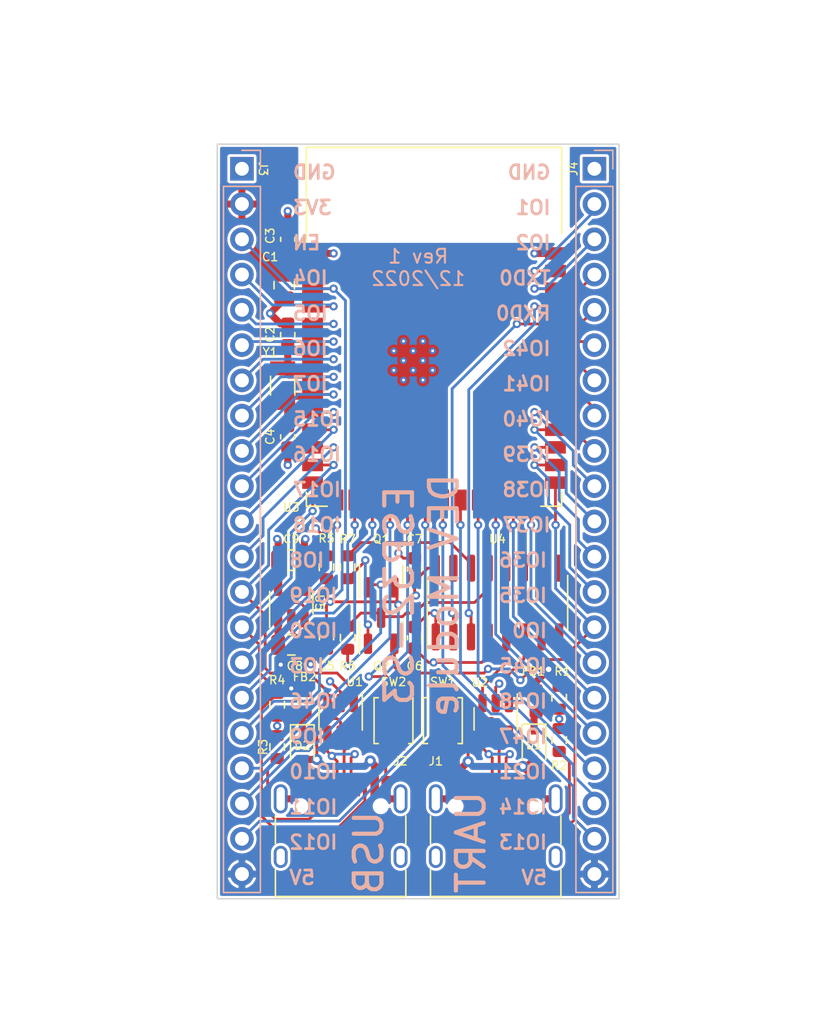
<source format=kicad_pcb>
(kicad_pcb (version 20211014) (generator pcbnew)
  (layers (0 "F.Cu" signal) (1 "In1.Cu" signal) (2 "In2.Cu" signal) (31 "B.Cu" signal) (34 "B.Paste" user) (35 "F.Paste" user) (36 "B.SilkS" user "B.Silkscreen") (37 "F.SilkS" user "F.Silkscreen") (38 "B.Mask" user) (39 "F.Mask" user) (44 "Edge.Cuts" user))
  (net 0 "")
  (net 1 "+3V3")
  (net 2 "GND")
  (net 3 "/IO15")
  (net 4 "/IO16")
  (net 5 "/EN")
  (net 6 "+5V")
  (net 7 "/USB_UART_D+")
  (net 8 "/USB_UART_D-")
  (net 11 "/IO20")
  (net 12 "/IO19")
  (net 15 "Net-(Q1-Pad1)")
  (net 16 "/RTS")
  (net 17 "Net-(Q2-Pad1)")
  (net 18 "/IO0")
  (net 19 "/DTR")
  (net 20 "/IO4")
  (net 21 "/IO5")
  (net 22 "/IO6")
  (net 23 "/IO7")
  (net 24 "/IO17")
  (net 25 "/IO18")
  (net 26 "/IO8")
  (net 27 "/IO3")
  (net 28 "/IO46")
  (net 29 "/IO9")
  (net 30 "/IO10")
  (net 31 "/IO11")
  (net 32 "/IO12")
  (net 33 "/IO13")
  (net 34 "/IO14")
  (net 35 "/IO21")
  (net 36 "/IO47")
  (net 37 "/IO48")
  (net 38 "/IO45")
  (net 39 "/IO35")
  (net 40 "/IO36")
  (net 41 "/IO37")
  (net 42 "/IO38")
  (net 43 "/IO39")
  (net 44 "/IO40")
  (net 45 "/IO41")
  (net 46 "/IO42")
  (net 47 "/RXD0")
  (net 48 "/TXD0")
  (net 49 "/IO2")
  (net 50 "/IO1")
  (net 51 "/USB_D-")
  (net 52 "/USB_D+")
  (net 60 "/UART_D-")
  (net 61 "/UART_D+")
  (net 63 "Net-(D1-Pad1)")
  (net 64 "Net-(D2-Pad1)")
  (net 65 "/VBUS1")
  (net 66 "/VBUS2")
  (net 67 "/CC1_1")
  (net 68 "/CC2_1")
  (net 69 "/CC1_2")
  (net 70 "/CC2_2")
  (footprint "Package_TO_SOT_SMD:SOT-23-6" (layer "F.Cu") (at 83.312 115.824 -90)
    (fp_text reference "U1")
    (fp_text value "USBLC6-2SC6")
  )
  (footprint "Package_TO_SOT_SMD:SOT-23-5" (layer "F.Cu") (at 79.756 107.442 90)
    (fp_text reference "U5")
    (fp_text value "XC6210B332MR")
  )
  (footprint "Diode_SMD:D_SOD-323" (layer "F.Cu") (at 97.25 117.7 -90)
    (fp_text reference "D1")
    (fp_text value "1N5819WS")
  )
  (footprint "Package_TO_SOT_SMD:SOT-23-6" (layer "F.Cu") (at 94.488 115.824 -90)
    (fp_text reference "U2")
    (fp_text value "USBLC6-2SC6")
  )
  (footprint "Capacitor_SMD:C_0603_1608Metric" (layer "F.Cu") (at 82.296 109.982 -90)
    (fp_text reference "C5")
    (fp_text value "1u")
  )
  (footprint "Capacitor_SMD:C_0603_1608Metric" (layer "F.Cu") (at 79.502 95.504 -90)
    (fp_text reference "C4")
    (fp_text value "18p")
  )
  (footprint "Capacitor_SMD:C_0603_1608Metric" (layer "F.Cu") (at 79.502 81.28 90)
    (fp_text reference "C3")
    (fp_text value "0.1u")
  )
  (footprint "Diode_SMD:D_SOD-323" (layer "F.Cu") (at 80.55 117.75 -90)
    (fp_text reference "D2")
    (fp_text value "1N5819WS")
  )
  (footprint "Package_SO:SOIC-16_3.9x9.9mm_P1.27mm" (layer "F.Cu") (at 94.615 107.442 90)
    (fp_text reference "U4")
    (fp_text value "CH340C")
  )
  (footprint "Resistor_SMD:R_0603_1608Metric" (layer "F.Cu") (at 83.82 104.902 -90)
    (fp_text reference "R7")
    (fp_text value "10k")
  )
  (footprint "Connector_USB:USB_C_Receptacle_HRO_TYPE-C-31-M-12" (layer "F.Cu") (at 94.488 124.714)
    (fp_text reference "J1")
    (fp_text value "USB_C_Receptacle_USB2.0")
  )
  (footprint "Resistor_SMD:R_0603_1608Metric" (layer "F.Cu") (at 78.74 117.856 90)
    (fp_text reference "R3")
    (fp_text value "5.1k")
  )
  (footprint "RF_Module:ESP32-S3-WROOM-1" (layer "F.Cu") (at 90.043 87.556)
    (fp_text reference "U3")
    (fp_text value "ESP32-S3-WROOM")
  )
  (footprint "Crystal:Crystal_SMD_3215-2Pin_3.2x1.5mm" (layer "F.Cu") (at 79.134 91.821 -90)
    (fp_text reference "Y1")
    (fp_text value "32.768kHz")
  )
  (footprint "Resistor_SMD:R_0603_1608Metric" (layer "F.Cu") (at 78.74 114.808 -90)
    (fp_text reference "R4")
    (fp_text value "5.1k")
  )
  (footprint "Button_Switch_SMD:SW_SPST_B3U-1000P" (layer "F.Cu") (at 87.122 115.951 -90)
    (fp_text reference "SW2")
    (fp_text value "SW_Push")
  )
  (footprint "Capacitor_SMD:C_0805_2012Metric" (layer "F.Cu") (at 79.248 84.582 -90)
    (fp_text reference "C1")
    (fp_text value "22u")
  )
  (footprint "Button_Switch_SMD:SW_SPST_B3U-1000P" (layer "F.Cu") (at 90.678 115.951 -90)
    (fp_text reference "SW1")
    (fp_text value "SW_Push")
  )
  (footprint "Inductor_SMD:L_0603_1608Metric" (layer "F.Cu") (at 97.4 114.55 90)
    (fp_text reference "FB1")
    (fp_text value "500mA?")
  )
  (footprint "Resistor_SMD:R_0603_1608Metric" (layer "F.Cu") (at 99.06 114.3 -90)
    (fp_text reference "R1")
    (fp_text value "5.1k")
  )
  (footprint "Resistor_SMD:R_0603_1608Metric" (layer "F.Cu") (at 83.82 109.982 -90)
    (fp_text reference "R6")
    (fp_text value "10k")
  )
  (footprint "Capacitor_SMD:C_0603_1608Metric" (layer "F.Cu") (at 88.646 105.029 90)
    (fp_text reference "C7")
    (fp_text value "0.1u")
  )
  (footprint "Capacitor_SMD:C_0603_1608Metric" (layer "F.Cu") (at 88.646 109.982 90)
    (fp_text reference "C6")
    (fp_text value "0.1u")
  )
  (footprint "Package_TO_SOT_SMD:SOT-23" (layer "F.Cu") (at 86.233 105.41 90)
    (fp_text reference "Q1")
    (fp_text value "Q_NPN_BCE")
  )
  (footprint "Package_TO_SOT_SMD:SOT-23" (layer "F.Cu") (at 86.233 109.474 90)
    (fp_text reference "Q2")
    (fp_text value "Q_NPN_BCE")
  )
  (footprint "Capacitor_SMD:C_0603_1608Metric" (layer "F.Cu") (at 79.502 88.138 -90)
    (fp_text reference "C2")
    (fp_text value "18p")
  )
  (footprint "Resistor_SMD:R_0603_1608Metric" (layer "F.Cu") (at 99.06 117.348 90)
    (fp_text reference "R2")
    (fp_text value "5.1k")
  )
  (footprint "Capacitor_SMD:C_0805_2012Metric" (layer "F.Cu") (at 79.756 104.394)
    (fp_text reference "C9")
    (fp_text value "1u")
  )
  (footprint "Capacitor_SMD:C_0805_2012Metric" (layer "F.Cu") (at 79.756 110.49)
    (fp_text reference "C8")
    (fp_text value "1u")
  )
  (footprint "Resistor_SMD:R_0603_1608Metric" (layer "F.Cu") (at 82.296 104.902 -90)
    (fp_text reference "R5")
    (fp_text value "10k")
  )
  (footprint "Inductor_SMD:L_0603_1608Metric" (layer "F.Cu") (at 80.75 114.6 90)
    (fp_text reference "FB2")
    (fp_text value "500mA?")
  )
  (footprint "Connector_USB:USB_C_Receptacle_HRO_TYPE-C-31-M-12" (layer "F.Cu") (at 83.312 124.714)
    (fp_text reference "J2")
    (fp_text value "USB_C_Receptacle_USB2.0")
  )
  (footprint "Connector_PinHeader_2.54mm:PinHeader_1x21_P2.54mm_Vertical" (layer "B.Cu") (at 76.2 76.2 180)
    (fp_text reference "J3")
    (fp_text value "Conn_01x21")
  )
  (footprint "Connector_PinHeader_2.54mm:PinHeader_1x21_P2.54mm_Vertical" (layer "B.Cu") (at 101.6 76.2 180)
    (fp_text reference "J4")
    (fp_text value "Conn_01x21")
  )
  (gr_rect (start 74.422 74.422) (end 103.378 128.778) (layer "Edge.Cuts") (width 0.1) (fill none))
  (gr_text "IO9" (at 79.502 117.094) (layer "B.SilkS") (effects (font (size 1 1) (thickness 0.2)) (justify right mirror)))
  (gr_text "IO46" (at 79.502 114.554) (layer "B.SilkS") (effects (font (size 1 1) (thickness 0.2)) (justify right mirror)))
  (gr_text "IO1" (at 98.552 78.994) (layer "B.SilkS") (effects (font (size 1 1) (thickness 0.2)) (justify left mirror)))
  (gr_text "IO42" (at 98.552 89.154) (layer "B.SilkS") (effects (font (size 1 1) (thickness 0.2)) (justify left mirror)))
  (gr_text "IO5" (at 79.756 86.614) (layer "B.SilkS") (effects (font (size 1 1) (thickness 0.2)) (justify right mirror)))
  (gr_text "IO10" (at 79.502 119.634) (layer "B.SilkS") (effects (font (size 1 1) (thickness 0.2)) (justify right mirror)))
  (gr_text "5V" (at 98.298 127.254) (layer "B.SilkS") (effects (font (size 1 1) (thickness 0.2)) (justify left mirror)))
  (gr_text "IO45" (at 98.298 112.014) (layer "B.SilkS") (effects (font (size 1 1) (thickness 0.2)) (justify left mirror)))
  (gr_text "TXD0" (at 98.552 84.074) (layer "B.SilkS") (effects (font (size 1 1) (thickness 0.2)) (justify left mirror)))
  (gr_text "EN" (at 79.756 81.534) (layer "B.SilkS") (effects (font (size 1 1) (thickness 0.2)) (justify right mirror)))
  (gr_text "IO40" (at 98.552 94.234) (layer "B.SilkS") (effects (font (size 1 1) (thickness 0.2)) (justify left mirror)))
  (gr_text "UART" (at 92.71 124.714 90) (layer "B.SilkS") (effects (font (size 2 2) (thickness 0.3)) (justify mirror)))
  (gr_text "IO0" (at 98.298 109.474) (layer "B.SilkS") (effects (font (size 1 1) (thickness 0.2)) (justify left mirror)))
  (gr_text "Rev 1\n12/2022" (at 88.9 83.312) (layer "B.SilkS") (effects (font (size 1 1)) (justify mirror)))
  (gr_text "5V" (at 79.502 127.254) (layer "B.SilkS") (effects (font (size 1 1) (thickness 0.2)) (justify right mirror)))
  (gr_text "IO12" (at 79.502 124.714) (layer "B.SilkS") (effects (font (size 1 1) (thickness 0.2)) (justify right mirror)))
  (gr_text "GND" (at 79.756 76.454) (layer "B.SilkS") (effects (font (size 1 1) (thickness 0.2)) (justify right mirror)))
  (gr_text "IO41" (at 98.552 91.694) (layer "B.SilkS") (effects (font (size 1 1) (thickness 0.2)) (justify left mirror)))
  (gr_text "IO20" (at 79.502 109.474) (layer "B.SilkS") (effects (font (size 1 1) (thickness 0.2)) (justify right mirror)))
  (gr_text "IO3" (at 79.502 112.014) (layer "B.SilkS") (effects (font (size 1 1) (thickness 0.2)) (justify right mirror)))
  (gr_text "IO7" (at 79.756 91.694) (layer "B.SilkS") (effects (font (size 1 1) (thickness 0.2)) (justify right mirror)))
  (gr_text "IO6" (at 79.756 89.154) (layer "B.SilkS") (effects (font (size 1 1) (thickness 0.2)) (justify right mirror)))
  (gr_text "IO11" (at 79.502 122.174) (layer "B.SilkS") (effects (font (size 1 1) (thickness 0.2)) (justify right mirror)))
  (gr_text "IO39" (at 98.552 96.774) (layer "B.SilkS") (effects (font (size 1 1) (thickness 0.2)) (justify left mirror)))
  (gr_text "ESP32-S3\nDEV Module" (at 89.154 106.934 90) (layer "B.SilkS") (effects (font (size 2 2) (thickness 0.3)) (justify mirror)))
  (gr_text "IO47" (at 98.298 117.094) (layer "B.SilkS") (effects (font (size 1 1) (thickness 0.2)) (justify left mirror)))
  (gr_text "RXD0" (at 98.552 86.614) (layer "B.SilkS") (effects (font (size 1 1) (thickness 0.2)) (justify left mirror)))
  (gr_text "IO8" (at 79.502 104.394) (layer "B.SilkS") (effects (font (size 1 1) (thickness 0.2)) (justify right mirror)))
  (gr_text "IO37" (at 98.552 101.854) (layer "B.SilkS") (effects (font (size 1 1) (thickness 0.2)) (justify left mirror)))
  (gr_text "GND" (at 98.552 76.454) (layer "B.SilkS") (effects (font (size 1 1) (thickness 0.2)) (justify left mirror)))
  (gr_text "IO13" (at 98.298 124.714) (layer "B.SilkS") (effects (font (size 1 1) (thickness 0.2)) (justify left mirror)))
  (gr_text "IO2" (at 98.552 81.534) (layer "B.SilkS") (effects (font (size 1 1) (thickness 0.2)) (justify left mirror)))
  (gr_text "IO19" (at 79.502 106.934) (layer "B.SilkS") (effects (font (size 1 1) (thickness 0.2)) (justify right mirror)))
  (gr_text "IO4" (at 79.756 84.074) (layer "B.SilkS") (effects (font (size 1 1) (thickness 0.2)) (justify right mirror)))
  (gr_text "USB" (at 85.344 125.476 90) (layer "B.SilkS") (effects (font (size 2 2) (thickness 0.3)) (justify mirror)))
  (gr_text "IO15" (at 79.756 94.234) (layer "B.SilkS") (effects (font (size 1 1) (thickness 0.2)) (justify right mirror)))
  (gr_text "IO21" (at 98.298 119.634) (layer "B.SilkS") (effects (font (size 1 1) (thickness 0.2)) (justify left mirror)))
  (gr_text "3V3" (at 79.756 78.994) (layer "B.SilkS") (effects (font (size 1 1) (thickness 0.2)) (justify right mirror)))
  (gr_text "IO16" (at 79.756 96.774) (layer "B.SilkS") (effects (font (size 1 1) (thickness 0.2)) (justify right mirror)))
  (gr_text "IO36" (at 98.298 104.394) (layer "B.SilkS") (effects (font (size 1 1) (thickness 0.2)) (justify left mirror)))
  (gr_text "IO14" (at 98.298 122.174) (layer "B.SilkS") (effects (font (size 1 1) (thickness 0.2)) (justify left mirror)))
  (gr_text "IO35" (at 98.298 106.934) (layer "B.SilkS") (effects (font (size 1 1) (thickness 0.2)) (justify left mirror)))
  (gr_text "IO18" (at 79.756 101.854) (layer "B.SilkS") (effects (font (size 1 1) (thickness 0.2)) (justify right mirror)))
  (gr_text "IO38" (at 98.552 99.314) (layer "B.SilkS") (effects (font (size 1 1) (thickness 0.2)) (justify left mirror)))
  (gr_text "IO48" (at 98.298 114.554) (layer "B.SilkS") (effects (font (size 1 1) (thickness 0.2)) (justify left mirror)))
  (gr_text "IO17" (at 79.756 99.314) (layer "B.SilkS") (effects (font (size 1 1) (thickness 0.2)) (justify right mirror)))
  (segment (start 88.646 105.804) (end 88.76 105.804) (width 0.2032) (layer "F.Cu") (net 1))
  (segment (start 89.649 111.76) (end 88.646 110.757) (width 0.2032) (layer "F.Cu") (net 1))
  (segment (start 88.76 105.804) (end 89.597 104.967) (width 0.2032) (layer "F.Cu") (net 1))
  (segment (start 78.806 106.3045) (end 78.806 104.394) (width 0.508) (layer "F.Cu") (net 1))
  (segment (start 88.646 106.8409) (end 88.7391 106.934) (width 0.2032) (layer "F.Cu") (net 1))
  (segment (start 78.806 102.936) (end 78.74 102.87) (width 0.508) (layer "F.Cu") (net 1))
  (segment (start 82.296 102.87) (end 82.296 104.077) (width 0.2032) (layer "F.Cu") (net 1))
  (segment (start 78.806 104.394) (end 78.806 102.936) (width 0.508) (layer "F.Cu") (net 1))
  (segment (start 93.472 111.76) (end 90.0091 111.76) (width 0.2032) (layer "F.Cu") (net 1))
  (segment (start 81.534 102.108) (end 82.296 102.87) (width 0.2032) (layer "F.Cu") (net 1))
  (segment (start 89.597 104.967) (end 90.17 104.967) (width 0.2032) (layer "F.Cu") (net 1))
  (segment (start 93.98 109.917) (end 93.98 111.252) (width 0.2032) (layer "F.Cu") (net 1))
  (segment (start 93.98 111.252) (end 93.472 111.76) (width 0.2032) (layer "F.Cu") (net 1))
  (segment (start 90.0091 111.76) (end 89.649 111.76) (width 0.2032) (layer "F.Cu") (net 1))
  (segment (start 88.646 105.804) (end 88.646 106.8409) (width 0.2032) (layer "F.Cu") (net 1))
  (via (at 81.534 102.108) (size 0.6) (drill 0.3) (layers "F.Cu" "B.Cu") (net 1))
  (via (at 88.7391 106.934) (size 0.6) (drill 0.3) (layers "F.Cu" "B.Cu") (net 1))
  (via (at 90.0091 111.76) (size 0.6) (drill 0.3) (layers "F.Cu" "B.Cu") (net 1))
  (via (at 78.74 102.87) (size 0.6) (drill 0.3) (layers "F.Cu" "B.Cu") (net 1))
  (segment (start 87.122 118.364) (end 86.562 118.924) (width 0.2032) (layer "F.Cu") (net 2))
  (segment (start 80.706 111.44) (end 80.706 110.49) (width 0.508) (layer "F.Cu") (net 2))
  (segment (start 98.020385 121.584) (end 98.808 121.584) (width 0.508) (layer "F.Cu") (net 2))
  (segment (start 90.17 108.2971) (end 90.0769 108.204) (width 0.2032) (layer "F.Cu") (net 2))
  (segment (start 86.562 121.301615) (end 86.844385 121.584) (width 0.508) (layer "F.Cu") (net 2))
  (segment (start 87.8371 104.254) (end 87.4691 103.886) (width 0.2032) (layer "F.Cu") (net 2))
  (segment (start 97.738 120.669) (end 97.738 121.301615) (width 0.508) (layer "F.Cu") (net 2))
  (segment (start 88.646 109.207) (end 88.659 109.207) (width 0.2032) (layer "F.Cu") (net 2))
  (segment (start 81.153 111.887) (end 80.706 111.44) (width 0.508) (layer "F.Cu") (net 2))
  (segment (start 79.756 109.474) (end 80.706 110.424) (width 0.2032) (layer "F.Cu") (net 2))
  (segment (start 97.738 121.301615) (end 98.020385 121.584) (width 0.508) (layer "F.Cu") (net 2))
  (segment (start 91.238 118.924) (end 91.238 120.669) (width 0.2032) (layer "F.Cu") (net 2))
  (segment (start 80.062 121.301615) (end 79.779615 121.584) (width 0.508) (layer "F.Cu") (net 2))
  (segment (start 79.502 87.363) (end 78.981 87.363) (width 0.508) (layer "F.Cu") (net 2))
  (segment (start 94.488 113.538) (end 94.742 113.284) (width 0.2032) (layer "F.Cu") (net 2))
  (segment (start 99.06 115.824) (end 99.06 115.125) (width 0.2032) (layer "F.Cu") (net 2))
  (segment (start 83.312 113.8851) (end 83.312 114.6865) (width 0.2032) (layer "F.Cu") (net 2))
  (segment (start 80.706 110.424) (end 80.706 110.49) (width 0.2032) (layer "F.Cu") (net 2))
  (segment (start 80.706 104.394) (end 80.706 102.936) (width 0.508) (layer "F.Cu") (net 2))
  (segment (start 88.646 104.254) (end 87.8371 104.254) (width 0.2032) (layer "F.Cu") (net 2))
  (segment (start 82.283 110.757) (end 82.296 110.757) (width 0.2032) (layer "F.Cu") (net 2))
  (segment (start 80.706 102.936) (end 80.772 102.87) (width 0.508) (layer "F.Cu") (net 2))
  (segment (start 81.153 111.887) (end 82.283 110.757) (width 0.2032) (layer "F.Cu") (net 2))
  (segment (start 78.981 87.363) (end 78.232 86.614) (width 0.508) (layer "F.Cu") (net 2))
  (segment (start 90.955615 121.584) (end 90.168 121.584) (width 0.508) (layer "F.Cu") (net 2))
  (segment (start 98.793 82.296) (end 97.282 82.296) (width 0.508) (layer "F.Cu") (net 2))
  (segment (start 82.55 113.1231) (end 83.312 113.8851) (width 0.2032) (layer "F.Cu") (net 2))
  (segment (start 86.562 118.924) (end 86.562 120.669) (width 0.2032) (layer "F.Cu") (net 2))
  (segment (start 80.062 120.669) (end 80.062 121.301615) (width 0.508) (layer "F.Cu") (net 2))
  (segment (start 99.06 116.523) (end 99.06 115.125) (width 0.2032) (layer "F.Cu") (net 2))
  (segment (start 86.562 120.669) (end 86.562 121.301615) (width 0.508) (layer "F.Cu") (net 2))
  (segment (start 79.248 85.532) (end 79.248 85.598) (width 0.508) (layer "F.Cu") (net 2))
  (segment (start 88.659 109.207) (end 89.662 108.204) (width 0.2032) (layer "F.Cu") (net 2))
  (segment (start 81.293 82.296) (end 82.804 82.296) (width 0.508) (layer "F.Cu") (net 2))
  (segment (start 90.678 117.651) (end 90.678 118.364) (width 0.2032) (layer "F.Cu") (net 2))
  (segment (start 79.779615 121.584) (end 78.992 121.584) (width 0.508) (layer "F.Cu") (net 2))
  (segment (start 94.488 114.6865) (end 94.488 113.538) (width 0.2032) (layer "F.Cu") (net 2))
  (segment (start 90.17 109.917) (end 90.17 108.2971) (width 0.2032) (layer "F.Cu") (net 2))
  (segment (start 86.844385 121.584) (end 87.632 121.584) (width 0.508) (layer "F.Cu") (net 2))
  (segment (start 91.238 121.301615) (end 90.955615 121.584) (width 0.508) (layer "F.Cu") (net 2))
  (segment (start 79.756 108.5795) (end 79.756 109.474) (width 0.2032) (layer "F.Cu") (net 2))
  (segment (start 79.248 85.598) (end 78.232 86.614) (width 0.508) (layer "F.Cu") (net 2))
  (segment (start 91.238 120.669) (end 91.238 121.301615) (width 0.508) (layer "F.Cu") (net 2))
  (segment (start 79.502 80.505) (end 79.502 79.248) (width 0.508) (layer "F.Cu") (net 2))
  (segment (start 89.662 108.204) (end 90.0769 108.204) (width 0.2032) (layer "F.Cu") (net 2))
  (segment (start 87.122 117.651) (end 87.122 118.364) (width 0.2032) (layer "F.Cu") (net 2))
  (segment (start 90.678 118.364) (end 91.238 118.924) (width 0.2032) (layer "F.Cu") (net 2))
  (segment (start 79.502 96.279) (end 79.502 97.536) (width 0.508) (layer "F.Cu") (net 2))
  (segment (start 78.74 117.031) (end 78.74 115.633) (width 0.2032) (layer "F.Cu") (net 2))
  (segment (start 78.74 116.332) (end 78.74 115.633) (width 0.2032) (layer "F.Cu") (net 2))
  (via (at 90.0769 108.204) (size 0.6) (drill 0.3) (layers "F.Cu" "B.Cu") (net 2))
  (via (at 79.502 79.248) (size 0.6) (drill 0.3) (layers "F.Cu" "B.Cu") (net 2))
  (via (at 94.742 113.284) (size 0.6) (drill 0.3) (layers "F.Cu" "B.Cu") (net 2))
  (via (at 79.502 97.536) (size 0.6) (drill 0.3) (layers "F.Cu" "B.Cu") (net 2))
  (via (at 78.74 116.332) (size 0.6) (drill 0.3) (layers "F.Cu" "B.Cu") (net 2))
  (via (at 99.06 115.824) (size 0.6) (drill 0.3) (layers "F.Cu" "B.Cu") (net 2))
  (via (at 80.772 102.87) (size 0.6) (drill 0.3) (layers "F.Cu" "B.Cu") (net 2))
  (via (at 87.4691 103.886) (size 0.6) (drill 0.3) (layers "F.Cu" "B.Cu") (net 2))
  (via (at 82.55 113.1231) (size 0.6) (drill 0.3) (layers "F.Cu" "B.Cu") (net 2))
  (via (at 78.232 86.614) (size 0.6) (drill 0.3) (layers "F.Cu" "B.Cu") (net 2))
  (via (at 82.804 82.296) (size 0.6) (drill 0.3) (layers "F.Cu" "B.Cu") (net 2))
  (via (at 81.153 111.887) (size 0.6) (drill 0.3) (layers "F.Cu" "B.Cu") (net 2))
  (via (at 97.282 82.296) (size 0.6) (drill 0.3) (layers "F.Cu" "B.Cu") (net 2))
  (segment (start 79.622 91.059) (end 79.134 90.571) (width 0.508) (layer "F.Cu") (net 3))
  (segment (start 81.166 91.059) (end 79.622 91.059) (width 0.508) (layer "F.Cu") (net 3))
  (segment (start 79.502 90.203) (end 79.134 90.571) (width 0.508) (layer "F.Cu") (net 3))
  (segment (start 81.293 91.186) (end 81.166 91.059) (width 0.508) (layer "F.Cu") (net 3))
  (segment (start 79.502 88.913) (end 79.502 90.203) (width 0.508) (layer "F.Cu") (net 3))
  (segment (start 81.293 91.186) (end 82.804 91.186) (width 0.2032) (layer "F.Cu") (net 3))
  (via (at 82.804 91.186) (size 0.6) (drill 0.3) (layers "F.Cu" "B.Cu") (net 3))
  (segment (start 78.994 91.186) (end 76.2 93.98) (width 0.2032) (layer "B.Cu") (net 3))
  (segment (start 82.804 91.186) (end 78.994 91.186) (width 0.2032) (layer "B.Cu") (net 3))
  (segment (start 81.166 92.583) (end 79.622 92.583) (width 0.508) (layer "F.Cu") (net 4))
  (segment (start 79.502 93.439) (end 79.134 93.071) (width 0.508) (layer "F.Cu") (net 4))
  (segment (start 81.293 92.456) (end 82.804 92.456) (width 0.2032) (layer "F.Cu") (net 4))
  (segment (start 79.622 92.583) (end 79.134 93.071) (width 0.508) (layer "F.Cu") (net 4))
  (segment (start 81.293 92.456) (end 81.166 92.583) (width 0.508) (layer "F.Cu") (net 4))
  (segment (start 79.502 94.729) (end 79.502 93.439) (width 0.508) (layer "F.Cu") (net 4))
  (via (at 82.804 92.456) (size 0.6) (drill 0.3) (layers "F.Cu" "B.Cu") (net 4))
  (segment (start 80.264 92.456) (end 76.2 96.52) (width 0.2032) (layer "B.Cu") (net 4))
  (segment (start 82.804 92.456) (end 80.264 92.456) (width 0.2032) (layer "B.Cu") (net 4))
  (segment (start 87.376 106.5405) (end 87.183 106.3475) (width 0.2032) (layer "F.Cu") (net 5))
  (segment (start 87.2574 107.3912) (end 82.55 107.3912) (width 0.2032) (layer "F.Cu") (net 5))
  (segment (start 86.614 112.776) (end 85.344 112.776) (width 0.2032) (layer "F.Cu") (net 5))
  (segment (start 87.376 107.5098) (end 87.376 106.5405) (width 0.2032) (layer "F.Cu") (net 5))
  (segment (start 81.293 84.836) (end 82.804 84.836) (width 0.2032) (layer "F.Cu") (net 5))
  (segment (start 82.55 107.3912) (end 82.296 107.6452) (width 0.2032) (layer "F.Cu") (net 5))
  (segment (start 87.4691 107.6029) (end 87.2574 107.3912) (width 0.2032) (layer "F.Cu") (net 5))
  (segment (start 87.122 114.251) (end 87.122 113.284) (width 0.2032) (layer "F.Cu") (net 5))
  (segment (start 82.55 107.3912) (end 82.296 107.1372) (width 0.2032) (layer "F.Cu") (net 5))
  (segment (start 87.122 113.284) (end 86.614 112.776) (width 0.2032) (layer "F.Cu") (net 5))
  (segment (start 87.4691 107.6029) (end 87.376 107.5098) (width 0.2032) (layer "F.Cu") (net 5))
  (segment (start 82.296 107.1372) (end 82.296 105.727) (width 0.2032) (layer "F.Cu") (net 5))
  (segment (start 82.296 107.6452) (end 82.296 109.207) (width 0.2032) (layer "F.Cu") (net 5))
  (via (at 87.4691 107.6029) (size 0.6) (drill 0.3) (layers "F.Cu" "B.Cu") (net 5))
  (via (at 82.55 107.3912) (size 0.6) (drill 0.3) (layers "F.Cu" "B.Cu") (net 5))
  (via (at 82.804 84.836) (size 0.6) (drill 0.3) (layers "F.Cu" "B.Cu") (net 5))
  (via (at 85.344 112.776) (size 0.6) (drill 0.3) (layers "F.Cu" "B.Cu") (net 5))
  (segment (start 87.4691 110.6509) (end 85.344 112.776) (width 0.2032) (layer "B.Cu") (net 5))
  (segment (start 87.4691 107.6029) (end 87.4691 110.6509) (width 0.2032) (layer "B.Cu") (net 5))
  (segment (start 82.804 84.836) (end 79.756 84.836) (width 0.2032) (layer "B.Cu") (net 5))
  (segment (start 82.55 107.3912) (end 83.4168 106.5244) (width 0.2032) (layer "B.Cu") (net 5))
  (segment (start 83.6596 85.6916) (end 82.804 84.836) (width 0.2032) (layer "B.Cu") (net 5))
  (segment (start 83.6596 102.5224) (end 83.6596 85.6916) (width 0.2032) (layer "B.Cu") (net 5))
  (segment (start 83.4168 102.7652) (end 83.6596 102.5224) (width 0.2032) (layer "B.Cu") (net 5))
  (segment (start 79.756 84.836) (end 76.2 81.28) (width 0.2032) (layer "B.Cu") (net 5))
  (segment (start 83.4168 106.5244) (end 83.4168 102.7652) (width 0.2032) (layer "B.Cu") (net 5))
  (segment (start 80.391 107.442) (end 79.121 107.442) (width 0.2032) (layer "F.Cu") (net 6))
  (segment (start 79.9374 113.8125) (end 79.756 113.6311) (width 0.508) (layer "F.Cu") (net 6))
  (segment (start 80.706 108.5795) (end 80.706 107.757) (width 0.2032) (layer "F.Cu") (net 6))
  (segment (start 78.806 107.757) (end 78.806 108.5795) (width 0.2032) (layer "F.Cu") (net 6))
  (segment (start 78.994 110.678) (end 78.806 110.49) (width 0.508) (layer "F.Cu") (net 6))
  (segment (start 78.994 111.9209) (end 78.994 110.678) (width 0.508) (layer "F.Cu") (net 6))
  (segment (start 78.806 110.49) (end 78.806 108.5795) (width 0.508) (layer "F.Cu") (net 6))
  (segment (start 97.4 113.7625) (end 97.4 113.1511) (width 0.508) (layer "F.Cu") (net 6))
  (segment (start 97.4 113.1511) (end 98.3 112.2511) (width 0.508) (layer "F.Cu") (net 6))
  (segment (start 80.75 113.8125) (end 79.9374 113.8125) (width 0.508) (layer "F.Cu") (net 6))
  (segment (start 80.706 107.757) (end 80.391 107.442) (width 0.2032) (layer "F.Cu") (net 6))
  (segment (start 79.121 107.442) (end 78.806 107.757) (width 0.2032) (layer "F.Cu") (net 6))
  (via (at 98.3 112.2511) (size 0.8) (drill 0.4) (layers "F.Cu" "B.Cu") (net 6))
  (via (at 79.756 113.6311) (size 0.6) (drill 0.3) (layers "F.Cu" "B.Cu") (net 6))
  (via (at 78.994 111.9209) (size 0.6) (drill 0.3) (layers "F.Cu" "B.Cu") (net 6))
  (segment (start 79.756 113.6311) (end 79.756 112.6829) (width 0.508) (layer "B.Cu") (net 6))
  (segment (start 79.756 112.6829) (end 78.994 111.9209) (width 0.508) (layer "B.Cu") (net 6))
  (segment (start 95.238 120.669) (end 95.238 118.63) (width 0.2032) (layer "F.Cu") (net 7))
  (segment (start 93.98 118.364) (end 93.538 117.922) (width 0.2032) (layer "F.Cu") (net 7))
  (segment (start 93.538 117.922) (end 93.538 116.9615) (width 0.2032) (layer "F.Cu") (net 7))
  (segment (start 94.238 118.622) (end 94.238 120.669) (width 0.2032) (layer "F.Cu") (net 7))
  (segment (start 95.238 118.63) (end 95.504 118.364) (width 0.2032) (layer "F.Cu") (net 7))
  (segment (start 93.98 118.364) (end 94.238 118.622) (width 0.2032) (layer "F.Cu") (net 7))
  (via (at 95.504 118.364) (size 0.6) (drill 0.3) (layers "F.Cu" "B.Cu") (net 7))
  (via (at 93.98 118.364) (size 0.6) (drill 0.3) (layers "F.Cu" "B.Cu") (net 7))
  (segment (start 95.504 118.364) (end 93.98 118.364) (width 0.2032) (layer "B.Cu") (net 7))
  (segment (start 95.438 117.312659) (end 95.438 116.9615) (width 0.2032) (layer "F.Cu") (net 8))
  (segment (start 94.738 121.67) (end 94.738 120.669) (width 0.2032) (layer "F.Cu") (net 8))
  (segment (start 94.738 118.012659) (end 95.438 117.312659) (width 0.2032) (layer "F.Cu") (net 8))
  (segment (start 94.738 120.669) (end 94.738 118.012659) (width 0.2032) (layer "F.Cu") (net 8))
  (segment (start 93.738 121.6472) (end 93.7864 121.6956) (width 0.2032) (layer "F.Cu") (net 8))
  (segment (start 94.7124 121.6956) (end 94.738 121.67) (width 0.2032) (layer "F.Cu") (net 8))
  (segment (start 93.738 120.669) (end 93.738 121.6472) (width 0.2032) (layer "F.Cu") (net 8))
  (segment (start 93.7864 121.6956) (end 94.7124 121.6956) (width 0.2032) (layer "F.Cu") (net 8))
  (segment (start 77.47 110.49) (end 76.2 109.22) (width 0.2032) (layer "F.Cu") (net 11))
  (segment (start 82.362 114.6865) (end 82.362 113.858) (width 0.2032) (layer "F.Cu") (net 11))
  (segment (start 77.47 112.522) (end 77.47 110.49) (width 0.2032) (layer "F.Cu") (net 11))
  (segment (start 81.293 100.851) (end 81.293 98.806) (width 0.2032) (layer "F.Cu") (net 11))
  (segment (start 77.948 113) (end 77.47 112.522) (width 0.2032) (layer "F.Cu") (net 11))
  (segment (start 81.504 113) (end 77.948 113) (width 0.2032) (layer "F.Cu") (net 11))
  (segment (start 82.362 113.858) (end 81.504 113) (width 0.2032) (layer "F.Cu") (net 11))
  (via (at 81.293 100.851) (size 0.6) (drill 0.3) (layers "F.Cu" "B.Cu") (net 11))
  (segment (start 81.293 100.851) (end 79.756 102.388) (width 0.2032) (layer "B.Cu") (net 11))
  (segment (start 79.756 105.664) (end 76.2 109.22) (width 0.2032) (layer "B.Cu") (net 11))
  (segment (start 79.756 102.388) (end 79.756 105.664) (width 0.2032) (layer "B.Cu") (net 11))
  (segment (start 81.293 97.536) (end 82.804 97.536) (width 0.2032) (layer "F.Cu") (net 12))
  (segment (start 77.8732 108.3532) (end 76.2 106.68) (width 0.2032) (layer "F.Cu") (net 12))
  (segment (start 84.262 113.726) (end 83.058 112.522) (width 0.2032) (layer "F.Cu") (net 12))
  (segment (start 83.058 112.522) (end 78.232 112.522) (width 0.2032) (layer "F.Cu") (net 12))
  (segment (start 77.8732 112.1632) (end 77.8732 108.3532) (width 0.2032) (layer "F.Cu") (net 12))
  (segment (start 78.232 112.522) (end 77.8732 112.1632) (width 0.2032) (layer "F.Cu") (net 12))
  (segment (start 84.262 114.6865) (end 84.262 113.726) (width 0.2032) (layer "F.Cu") (net 12))
  (via (at 82.804 97.536) (size 0.6) (drill 0.3) (layers "F.Cu" "B.Cu") (net 12))
  (segment (start 82.804 97.536) (end 78.1272 102.2128) (width 0.2032) (layer "B.Cu") (net 12))
  (segment (start 78.1272 104.7528) (end 76.2 106.68) (width 0.2032) (layer "B.Cu") (net 12))
  (segment (start 78.1272 102.2128) (end 78.1272 104.7528) (width 0.2032) (layer "B.Cu") (net 12))
  (segment (start 86.1991 106.157179) (end 85.473321 106.157179) (width 0.2032) (layer "F.Cu") (net 15))
  (segment (start 85.473321 106.157179) (end 85.283 106.3475) (width 0.2032) (layer "F.Cu") (net 15))
  (segment (start 83.82 110.807) (end 83.82 112.014) (width 0.2032) (layer "F.Cu") (net 15))
  (via (at 83.82 112.014) (size 0.6) (drill 0.3) (layers "F.Cu" "B.Cu") (net 15))
  (via (at 86.1991 106.157179) (size 0.6) (drill 0.3) (layers "F.Cu" "B.Cu") (net 15))
  (segment (start 83.82 112.014) (end 86.1991 109.6349) (width 0.2032) (layer "B.Cu") (net 15))
  (segment (start 86.1991 109.6349) (end 86.1991 106.157179) (width 0.2032) (layer "B.Cu") (net 15))
  (segment (start 86.233 103.124) (end 91.210659 103.124) (width 0.2032) (layer "F.Cu") (net 16))
  (segment (start 84.773 103.124) (end 83.82 104.077) (width 0.2032) (layer "F.Cu") (net 16))
  (segment (start 92.71 104.967) (end 92.71 104.623341) (width 0.2032) (layer "F.Cu") (net 16))
  (segment (start 86.233 103.124) (end 84.773 103.124) (width 0.2032) (layer "F.Cu") (net 16))
  (segment (start 92.71 104.623341) (end 91.210659 103.124) (width 0.2032) (layer "F.Cu") (net 16))
  (segment (start 86.233 104.4725) (end 86.233 103.124) (width 0.2032) (layer "F.Cu") (net 16))
  (segment (start 85.283 109.027) (end 85.283 110.4115) (width 0.2032) (layer "F.Cu") (net 17))
  (segment (start 85.09 104.457) (end 83.82 105.727) (width 0.2032) (layer "F.Cu") (net 17))
  (segment (start 85.09 104.394) (end 85.09 104.457) (width 0.2032) (layer "F.Cu") (net 17))
  (via (at 85.09 104.394) (size 0.6) (drill 0.3) (layers "F.Cu" "B.Cu") (net 17))
  (via (at 85.283 109.027) (size 0.6) (drill 0.3) (layers "F.Cu" "B.Cu") (net 17))
  (segment (start 85.09 108.834) (end 85.09 104.394) (width 0.2032) (layer "B.Cu") (net 17))
  (segment (start 85.283 109.027) (end 85.09 108.834) (width 0.2032) (layer "B.Cu") (net 17))
  (segment (start 99.27 111.55) (end 101.6 109.22) (width 0.2032) (layer "F.Cu") (net 18))
  (segment (start 97.746 111.55) (end 99.27 111.55) (width 0.2032) (layer "F.Cu") (net 18))
  (segment (start 87.183 112.075) (end 87.63 112.522) (width 0.2032) (layer "F.Cu") (net 18))
  (segment (start 87.63 112.522) (end 90.678 112.522) (width 0.2032) (layer "F.Cu") (net 18))
  (segment (start 93.637916 112.522) (end 93.935958 112.223958) (width 0.2032) (layer "F.Cu") (net 18))
  (segment (start 90.678 112.522) (end 93.637916 112.522) (width 0.2032) (layer "F.Cu") (net 18))
  (segment (start 87.183 110.4115) (end 87.183 112.075) (width 0.2032) (layer "F.Cu") (net 18))
  (segment (start 96.266 113.03) (end 97.746 111.55) (width 0.2032) (layer "F.Cu") (net 18))
  (segment (start 98.793 101.841) (end 98.806 101.854) (width 0.2032) (layer "F.Cu") (net 18))
  (segment (start 98.793 98.806) (end 98.793 101.841) (width 0.2032) (layer "F.Cu") (net 18))
  (segment (start 90.678 112.522) (end 90.678 114.251) (width 0.2032) (layer "F.Cu") (net 18))
  (via (at 93.935958 112.223958) (size 0.6) (drill 0.3) (layers "F.Cu" "B.Cu") (net 18))
  (via (at 98.806 101.854) (size 0.6) (drill 0.3) (layers "F.Cu" "B.Cu") (net 18))
  (via (at 96.266 113.03) (size 0.6) (drill 0.3) (layers "F.Cu" "B.Cu") (net 18))
  (segment (start 98.806 101.854) (end 98.806 106.426) (width 0.2032) (layer "B.Cu") (net 18))
  (segment (start 95.459958 112.223958) (end 96.266 113.03) (width 0.2032) (layer "B.Cu") (net 18))
  (segment (start 93.935958 112.223958) (end 95.459958 112.223958) (width 0.2032) (layer "B.Cu") (net 18))
  (segment (start 98.806 106.426) (end 101.6 109.22) (width 0.2032) (layer "B.Cu") (net 18))
  (segment (start 86.233 108.204) (end 84.773 108.204) (width 0.2032) (layer "F.Cu") (net 19))
  (segment (start 88.646 108.204) (end 88.030937 108.204) (width 0.2032) (layer "F.Cu") (net 19))
  (segment (start 87.776937 108.458) (end 86.487 108.458) (width 0.2032) (layer "F.Cu") (net 19))
  (segment (start 93.98 106.426) (end 92.964 107.442) (width 0.2032) (layer "F.Cu") (net 19))
  (segment (start 88.030937 108.204) (end 87.776937 108.458) (width 0.2032) (layer "F.Cu") (net 19))
  (segment (start 84.773 108.204) (end 83.82 109.157) (width 0.2032) (layer "F.Cu") (net 19))
  (segment (start 86.233 108.5365) (end 86.233 108.204) (width 0.2032) (layer "F.Cu") (net 19))
  (segment (start 93.98 104.967) (end 93.98 106.426) (width 0.2032) (layer "F.Cu") (net 19))
  (segment (start 86.487 108.458) (end 86.233 108.204) (width 0.2032) (layer "F.Cu") (net 19))
  (segment (start 89.408 107.442) (end 88.646 108.204) (width 0.2032) (layer "F.Cu") (net 19))
  (segment (start 92.964 107.442) (end 89.408 107.442) (width 0.2032) (layer "F.Cu") (net 19))
  (segment (start 81.293 86.106) (end 82.804 86.106) (width 0.2032) (layer "F.Cu") (net 20))
  (via (at 82.804 86.106) (size 0.6) (drill 0.3) (layers "F.Cu" "B.Cu") (net 20))
  (segment (start 82.804 86.106) (end 82.7104 86.0124) (width 0.2032) (layer "B.Cu") (net 20))
  (segment (start 78.3924 86.0124) (end 76.2 83.82) (width 0.2032) (layer "B.Cu") (net 20))
  (segment (start 82.7104 86.0124) (end 78.3924 86.0124) (width 0.2032) (layer "B.Cu") (net 20))
  (segment (start 81.293 87.376) (end 82.804 87.376) (width 0.2032) (layer "F.Cu") (net 21))
  (via (at 82.804 87.376) (size 0.6) (drill 0.3) (layers "F.Cu" "B.Cu") (net 21))
  (segment (start 77.216 87.376) (end 76.2 86.36) (width 0.2032) (layer "B.Cu") (net 21))
  (segment (start 82.804 87.376) (end 77.216 87.376) (width 0.2032) (layer "B.Cu") (net 21))
  (segment (start 81.293 88.646) (end 82.804 88.646) (width 0.2032) (layer "F.Cu") (net 22))
  (via (at 82.804 88.646) (size 0.6) (drill 0.3) (layers "F.Cu" "B.Cu") (net 22))
  (segment (start 76.454 88.646) (end 76.2 88.9) (width 0.2032) (layer "B.Cu") (net 22))
  (segment (start 82.804 88.646) (end 76.454 88.646) (width 0.2032) (layer "B.Cu") (net 22))
  (segment (start 81.293 89.916) (end 82.804 89.916) (width 0.2032) (layer "F.Cu") (net 23))
  (via (at 82.804 89.916) (size 0.6) (drill 0.3) (layers "F.Cu" "B.Cu") (net 23))
  (segment (start 82.804 89.916) (end 77.724 89.916) (width 0.2032) (layer "B.Cu") (net 23))
  (segment (start 77.724 89.916) (end 76.2 91.44) (width 0.2032) (layer "B.Cu") (net 23))
  (segment (start 81.293 93.726) (end 82.804 93.726) (width 0.2032) (layer "F.Cu") (net 24))
  (via (at 82.804 93.726) (size 0.6) (drill 0.3) (layers "F.Cu" "B.Cu") (net 24))
  (segment (start 82.804 93.726) (end 81.534 93.726) (width 0.2032) (layer "B.Cu") (net 24))
  (segment (start 81.534 93.726) (end 76.2 99.06) (width 0.2032) (layer "B.Cu") (net 24))
  (segment (start 81.293 94.996) (end 82.804 94.996) (width 0.2032) (layer "F.Cu") (net 25))
  (via (at 82.804 94.996) (size 0.6) (drill 0.3) (layers "F.Cu" "B.Cu") (net 25))
  (segment (start 76.288791 101.6) (end 76.2 101.6) (width 0.2032) (layer "B.Cu") (net 25))
  (segment (start 82.804 95.084791) (end 76.288791 101.6) (width 0.2032) (layer "B.Cu") (net 25))
  (segment (start 82.804 94.996) (end 82.804 95.084791) (width 0.2032) (layer "B.Cu") (net 25))
  (segment (start 81.293 96.266) (end 82.804 96.266) (width 0.2032) (layer "F.Cu") (net 26))
  (via (at 82.804 96.266) (size 0.6) (drill 0.3) (layers "F.Cu" "B.Cu") (net 26))
  (segment (start 82.804 96.266) (end 77.724 101.346) (width 0.2032) (layer "B.Cu") (net 26))
  (segment (start 77.724 101.346) (end 77.724 102.616) (width 0.2032) (layer "B.Cu") (net 26))
  (segment (start 77.724 102.616) (end 76.2 104.14) (width 0.2032) (layer "B.Cu") (net 26))
  (segment (start 83.058 100.056) (end 83.058 101.854) (width 0.2032) (layer "F.Cu") (net 27))
  (via (at 83.058 101.854) (size 0.6) (drill 0.3) (layers "F.Cu" "B.Cu") (net 27))
  (segment (start 83.058 101.854) (end 82.804 102.108) (width 0.2032) (layer "B.Cu") (net 27))
  (segment (start 82.804 105.156) (end 76.2 111.76) (width 0.2032) (layer "B.Cu") (net 27))
  (segment (start 82.804 102.108) (end 82.804 105.156) (width 0.2032) (layer "B.Cu") (net 27))
  (segment (start 84.328 100.056) (end 84.328 101.854) (width 0.2032) (layer "F.Cu") (net 28))
  (via (at 84.328 101.854) (size 0.6) (drill 0.3) (layers "F.Cu" "B.Cu") (net 28))
  (segment (start 84.328 101.854) (end 84.328 102.616) (width 0.2032) (layer "B.Cu") (net 28))
  (segment (start 82.804 108.204) (end 81.28 108.204) (width 0.2032) (layer "B.Cu") (net 28))
  (segment (start 83.82 103.124) (end 83.82 107.188) (width 0.2032) (layer "B.Cu") (net 28))
  (segment (start 83.82 107.188) (end 82.804 108.204) (width 0.2032) (layer "B.Cu") (net 28))
  (segment (start 78.232 112.268) (end 76.2 114.3) (width 0.2032) (layer "B.Cu") (net 28))
  (segment (start 78.232 111.252) (end 78.232 112.268) (width 0.2032) (layer "B.Cu") (net 28))
  (segment (start 84.328 102.616) (end 83.82 103.124) (width 0.2032) (layer "B.Cu") (net 28))
  (segment (start 81.28 108.204) (end 78.232 111.252) (width 0.2032) (layer "B.Cu") (net 28))
  (segment (start 85.598 100.056) (end 85.598 101.854) (width 0.2032) (layer "F.Cu") (net 29))
  (via (at 85.598 101.854) (size 0.6) (drill 0.3) (layers "F.Cu" "B.Cu") (net 29))
  (segment (start 85.598 101.854) (end 85.598 102.616) (width 0.2032) (layer "B.Cu") (net 29))
  (segment (start 81.788 112.268) (end 81.788 113.792) (width 0.2032) (layer "B.Cu") (net 29))
  (segment (start 84.328 103.886) (end 84.328 109.728) (width 0.2032) (layer "B.Cu") (net 29))
  (segment (start 84.328 109.728) (end 81.788 112.268) (width 0.2032) (layer "B.Cu") (net 29))
  (segment (start 81.026 114.554) (end 78.486 114.554) (width 0.2032) (layer "B.Cu") (net 29))
  (segment (start 85.598 102.616) (end 84.328 103.886) (width 0.2032) (layer "B.Cu") (net 29))
  (segment (start 81.788 113.792) (end 81.026 114.554) (width 0.2032) (layer "B.Cu") (net 29))
  (segment (start 78.486 114.554) (end 76.2 116.84) (width 0.2032) (layer "B.Cu") (net 29))
  (segment (start 86.868 100.056) (end 86.868 101.854) (width 0.2032) (layer "F.Cu") (net 30))
  (via (at 86.868 101.854) (size 0.6) (drill 0.3) (layers "F.Cu" "B.Cu") (net 30))
  (segment (start 86.868 101.854) (end 86.868 109.982) (width 0.2032) (layer "B.Cu") (net 30))
  (segment (start 86.868 109.982) (end 77.47 119.38) (width 0.2032) (layer "B.Cu") (net 30))
  (segment (start 77.47 119.38) (end 76.2 119.38) (width 0.2032) (layer "B.Cu") (net 30))
  (segment (start 88.138 100.056) (end 88.138 101.854) (width 0.2032) (layer "F.Cu") (net 31))
  (via (at 88.138 101.854) (size 0.6) (drill 0.3) (layers "F.Cu" "B.Cu") (net 31))
  (segment (start 81.026 118.11) (end 80.01 118.11) (width 0.2032) (layer "B.Cu") (net 31))
  (segment (start 88.138 101.854) (end 88.138 110.998) (width 0.2032) (layer "B.Cu") (net 31))
  (segment (start 88.138 110.998) (end 81.026 118.11) (width 0.2032) (layer "B.Cu") (net 31))
  (segment (start 80.01 118.11) (end 76.2 121.92) (width 0.2032) (layer "B.Cu") (net 31))
  (segment (start 89.408 100.056) (end 89.408 101.854) (width 0.2032) (layer "F.Cu") (net 32))
  (via (at 89.408 101.854) (size 0.6) (drill 0.3) (layers "F.Cu" "B.Cu") (net 32))
  (segment (start 89.408 116.992) (end 83.21 123.19) (width 0.2032) (layer "B.Cu") (net 32))
  (segment (start 83.21 123.19) (end 77.47 123.19) (width 0.2032) (layer "B.Cu") (net 32))
  (segment (start 89.408 101.854) (end 89.408 116.992) (width 0.2032) (layer "B.Cu") (net 32))
  (segment (start 77.47 123.19) (end 76.2 124.46) (width 0.2032) (layer "B.Cu") (net 32))
  (segment (start 90.678 100.056) (end 90.678 101.854) (width 0.2032) (layer "F.Cu") (net 33))
  (via (at 90.678 101.854) (size 0.6) (drill 0.3) (layers "F.Cu" "B.Cu") (net 33))
  (segment (start 94.162885 115.4652) (end 94.860095 115.4652) (width 0.2032) (layer "B.Cu") (net 33))
  (segment (start 90.678 111.980315) (end 94.162885 115.4652) (width 0.2032) (layer "B.Cu") (net 33))
  (segment (start 90.678 101.854) (end 90.678 111.980315) (width 0.2032) (layer "B.Cu") (net 33))
  (segment (start 94.860095 115.4652) (end 100.076 120.681105) (width 0.2032) (layer "B.Cu") (net 33))
  (segment (start 100.076 120.681105) (end 100.076 122.936) (width 0.2032) (layer "B.Cu") (net 33))
  (segment (start 100.076 122.936) (end 101.6 124.46) (width 0.2032) (layer "B.Cu") (net 33))
  (segment (start 91.948 100.056) (end 91.948 101.854) (width 0.2032) (layer "F.Cu") (net 34))
  (via (at 91.948 101.854) (size 0.6) (drill 0.3) (layers "F.Cu" "B.Cu") (net 34))
  (segment (start 101.6 121.412) (end 101.6 121.92) (width 0.2032) (layer "B.Cu") (net 34))
  (segment (start 96.012 115.062) (end 100.076 119.126) (width 0.2032) (layer "B.Cu") (net 34))
  (segment (start 100.076 119.126) (end 100.076 119.888) (width 0.2032) (layer "B.Cu") (net 34))
  (segment (start 91.948 101.854) (end 91.948 112.448) (width 0.2032) (layer "B.Cu") (net 34))
  (segment (start 91.948 112.448) (end 94.562 115.062) (width 0.2032) (layer "B.Cu") (net 34))
  (segment (start 94.562 115.062) (end 96.012 115.062) (width 0.2032) (layer "B.Cu") (net 34))
  (segment (start 100.076 119.888) (end 101.6 121.412) (width 0.2032) (layer "B.Cu") (net 34))
  (segment (start 93.218 100.056) (end 93.218 101.854) (width 0.2032) (layer "F.Cu") (net 35))
  (via (at 93.218 101.854) (size 0.6) (drill 0.3) (layers "F.Cu" "B.Cu") (net 35))
  (segment (start 93.218 101.854) (end 93.218 112.776) (width 0.2032) (layer "B.Cu") (net 35))
  (segment (start 94.996 114.554) (end 96.52 114.554) (width 0.2032) (layer "B.Cu") (net 35))
  (segment (start 93.218 112.776) (end 94.996 114.554) (width 0.2032) (layer "B.Cu") (net 35))
  (segment (start 101.346 119.38) (end 101.6 119.38) (width 0.2032) (layer "B.Cu") (net 35))
  (segment (start 96.52 114.554) (end 101.346 119.38) (width 0.2032) (layer "B.Cu") (net 35))
  (segment (start 94.488 100.056) (end 94.488 101.854) (width 0.2032) (layer "F.Cu") (net 36))
  (via (at 94.488 101.854) (size 0.6) (drill 0.3) (layers "F.Cu" "B.Cu") (net 36))
  (segment (start 94.488 101.854) (end 94.488 109.728) (width 0.2032) (layer "B.Cu") (net 36))
  (segment (start 94.488 109.728) (end 101.6 116.84) (width 0.2032) (layer "B.Cu") (net 36))
  (segment (start 95.758 100.056) (end 95.758 101.854) (width 0.2032) (layer "F.Cu") (net 37))
  (via (at 95.758 101.854) (size 0.6) (drill 0.3) (layers "F.Cu" "B.Cu") (net 37))
  (segment (start 95.758 108.458) (end 101.6 114.3) (width 0.2032) (layer "B.Cu") (net 37))
  (segment (start 95.758 101.854) (end 95.758 108.458) (width 0.2032) (layer "B.Cu") (net 37))
  (segment (start 97.028 100.056) (end 97.028 101.854) (width 0.2032) (layer "F.Cu") (net 38))
  (via (at 97.028 101.854) (size 0.6) (drill 0.3) (layers "F.Cu" "B.Cu") (net 38))
  (segment (start 97.028 107.188) (end 101.6 111.76) (width 0.2032) (layer "B.Cu") (net 38))
  (segment (start 97.028 101.854) (end 97.028 107.188) (width 0.2032) (layer "B.Cu") (net 38))
  (segment (start 98.793 97.536) (end 97.282 97.536) (width 0.2032) (layer "F.Cu") (net 39))
  (via (at 97.282 97.536) (size 0.6) (drill 0.3) (layers "F.Cu" "B.Cu") (net 39))
  (segment (start 99.822 101.854) (end 99.822 104.902) (width 0.2032) (layer "B.Cu") (net 39))
  (segment (start 98.298 98.552) (end 98.298 100.33) (width 0.2032) (layer "B.Cu") (net 39))
  (segment (start 99.822 104.902) (end 101.6 106.68) (width 0.2032) (layer "B.Cu") (net 39))
  (segment (start 97.282 97.536) (end 98.298 98.552) (width 0.2032) (layer "B.Cu") (net 39))
  (segment (start 98.298 100.33) (end 99.822 101.854) (width 0.2032) (layer "B.Cu") (net 39))
  (segment (start 98.793 96.266) (end 97.282 96.266) (width 0.2032) (layer "F.Cu") (net 40))
  (via (at 97.282 96.266) (size 0.6) (drill 0.3) (layers "F.Cu" "B.Cu") (net 40))
  (segment (start 99.06 98.044) (end 99.06 100.076) (width 0.2032) (layer "B.Cu") (net 40))
  (segment (start 99.06 100.076) (end 100.4484 101.4644) (width 0.2032) (layer "B.Cu") (net 40))
  (segment (start 100.4484 101.4644) (end 100.4484 102.9884) (width 0.2032) (layer "B.Cu") (net 40))
  (segment (start 97.282 96.266) (end 99.06 98.044) (width 0.2032) (layer "B.Cu") (net 40))
  (segment (start 100.4484 102.9884) (end 101.6 104.14) (width 0.2032) (layer "B.Cu") (net 40))
  (segment (start 98.793 94.996) (end 97.282 94.996) (width 0.2032) (layer "F.Cu") (net 41))
  (via (at 97.282 94.996) (size 0.6) (drill 0.3) (layers "F.Cu" "B.Cu") (net 41))
  (segment (start 99.568 97.282) (end 99.568 99.568) (width 0.2032) (layer "B.Cu") (net 41))
  (segment (start 97.282 94.996) (end 99.568 97.282) (width 0.2032) (layer "B.Cu") (net 41))
  (segment (start 99.568 99.568) (end 101.6 101.6) (width 0.2032) (layer "B.Cu") (net 41))
  (segment (start 98.793 93.726) (end 97.282 93.726) (width 0.2032) (layer "F.Cu") (net 42))
  (via (at 97.282 93.726) (size 0.6) (drill 0.3) (layers "F.Cu" "B.Cu") (net 42))
  (segment (start 100.076 96.52) (end 100.076 97.536) (width 0.2032) (layer "B.Cu") (net 42))
  (segment (start 97.282 93.726) (end 100.076 96.52) (width 0.2032) (layer "B.Cu") (net 42))
  (segment (start 100.076 97.536) (end 101.6 99.06) (width 0.2032) (layer "B.Cu") (net 42))
  (segment (start 98.793 92.456) (end 99.822 92.456) (width 0.2032) (layer "F.Cu") (net 43))
  (segment (start 100.076 94.996) (end 101.6 96.52) (width 0.2032) (layer "F.Cu") (net 43))
  (segment (start 100.076 92.71) (end 100.076 94.996) (width 0.2032) (layer "F.Cu") (net 43))
  (segment (start 99.822 92.456) (end 100.076 92.71) (width 0.2032) (layer "F.Cu") (net 43))
  (segment (start 101.6 93.472) (end 101.6 93.98) (width 0.2032) (layer "F.Cu") (net 44))
  (segment (start 100.203 92.075) (end 101.6 93.472) (width 0.2032) (layer "F.Cu") (net 44))
  (segment (start 100.203 91.567) (end 100.203 92.075) (width 0.2032) (layer "F.Cu") (net 44))
  (segment (start 98.793 91.186) (end 99.822 91.186) (width 0.2032) (layer "F.Cu") (net 44))
  (segment (start 99.822 91.186) (end 100.203 91.567) (width 0.2032) (layer "F.Cu") (net 44))
  (segment (start 98.793 89.916) (end 100.076 89.916) (width 0.2032) (layer "F.Cu") (net 45))
  (segment (start 100.076 89.916) (end 101.6 91.44) (width 0.2032) (layer "F.Cu") (net 45))
  (segment (start 98.793 88.646) (end 101.346 88.646) (width 0.2032) (layer "F.Cu") (net 46))
  (segment (start 101.346 88.646) (end 101.6 88.9) (width 0.2032) (layer "F.Cu") (net 46))
  (segment (start 91.44 109.917) (end 91.44 108.2971) (width 0.2032) (layer "F.Cu") (net 47))
  (segment (start 98.793 87.376) (end 96.012 87.376) (width 0.2032) (layer "F.Cu") (net 47))
  (segment (start 91.44 108.2971) (end 91.3469 108.204) (width 0.2032) (layer "F.Cu") (net 47))
  (segment (start 98.793 87.376) (end 100.584 87.376) (width 0.2032) (layer "F.Cu") (net 47))
  (segment (start 100.584 87.376) (end 101.6 86.36) (width 0.2032) (layer "F.Cu") (net 47))
  (via (at 96.012 87.376) (size 0.6) (drill 0.3) (layers "F.Cu" "B.Cu") (net 47))
  (via (at 91.3469 108.204) (size 0.6) (drill 0.3) (layers "F.Cu" "B.Cu") (net 47))
  (segment (start 91.3469 92.0411) (end 96.012 87.376) (width 0.2032) (layer "B.Cu") (net 47))
  (segment (start 91.3469 108.204) (end 91.3469 92.0411) (width 0.2032) (layer "B.Cu") (net 47))
  (segment (start 92.71 108.3649) (end 92.5491 108.204) (width 0.2032) (layer "F.Cu") (net 48))
  (segment (start 98.793 86.106) (end 99.314 86.106) (width 0.2032) (layer "F.Cu") (net 48))
  (segment (start 99.314 86.106) (end 101.6 83.82) (width 0.2032) (layer "F.Cu") (net 48))
  (segment (start 97.282 86.106) (end 98.793 86.106) (width 0.2032) (layer "F.Cu") (net 48))
  (segment (start 92.71 109.917) (end 92.71 108.3649) (width 0.2032) (layer "F.Cu") (net 48))
  (via (at 92.5491 108.204) (size 0.6) (drill 0.3) (layers "F.Cu" "B.Cu") (net 48))
  (via (at 97.282 86.106) (size 0.6) (drill 0.3) (layers "F.Cu" "B.Cu") (net 48))
  (segment (start 92.5491 108.204) (end 92.5491 92.1089) (width 0.2032) (layer "B.Cu") (net 48))
  (segment (start 97.028 87.63) (end 97.282 87.376) (width 0.2032) (layer "B.Cu") (net 48))
  (segment (start 92.5491 92.1089) (end 97.028 87.63) (width 0.2032) (layer "B.Cu") (net 48))
  (segment (start 97.282 87.376) (end 97.282 86.106) (width 0.2032) (layer "B.Cu") (net 48))
  (segment (start 98.793 84.836) (end 97.282 84.836) (width 0.2032) (layer "F.Cu") (net 49))
  (via (at 97.282 84.836) (size 0.6) (drill 0.3) (layers "F.Cu" "B.Cu") (net 49))
  (segment (start 97.282 84.836) (end 98.044 84.836) (width 0.2032) (layer "B.Cu") (net 49))
  (segment (start 98.044 84.836) (end 101.6 81.28) (width 0.2032) (layer "B.Cu") (net 49))
  (segment (start 98.793 83.566) (end 97.282 83.566) (width 0.2032) (layer "F.Cu") (net 50))
  (via (at 97.282 83.566) (size 0.6) (drill 0.3) (layers "F.Cu" "B.Cu") (net 50))
  (segment (start 97.282 83.566) (end 101.6 79.248) (width 0.2032) (layer "B.Cu") (net 50))
  (segment (start 101.6 79.248) (end 101.6 78.74) (width 0.2032) (layer "B.Cu") (net 50))
  (segment (start 83.5136 121.6956) (end 83.562 121.6472) (width 0.2032) (layer "F.Cu") (net 51))
  (segment (start 82.562 120.669) (end 82.562 121.6472) (width 0.2032) (layer "F.Cu") (net 51))
  (segment (start 84.262 117.414) (end 84.262 116.9615) (width 0.2032) (layer "F.Cu") (net 51))
  (segment (start 83.562 118.114) (end 84.262 117.414) (width 0.2032) (layer "F.Cu") (net 51))
  (segment (start 82.562 121.6472) (end 82.6104 121.6956) (width 0.2032) (layer "F.Cu") (net 51))
  (segment (start 83.562 120.669) (end 83.562 118.114) (width 0.2032) (layer "F.Cu") (net 51))
  (segment (start 83.562 121.6472) (end 83.562 120.669) (width 0.2032) (layer "F.Cu") (net 51))
  (segment (start 82.6104 121.6956) (end 83.5136 121.6956) (width 0.2032) (layer "F.Cu") (net 51))
  (segment (start 84.062 118.63) (end 84.328 118.364) (width 0.2032) (layer "F.Cu") (net 52))
  (segment (start 82.362 117.92) (end 82.362 118.176) (width 0.2032) (layer "F.Cu") (net 52))
  (segment (start 82.362 118.176) (end 82.677 118.491) (width 0.2032) (layer "F.Cu") (net 52))
  (segment (start 84.062 120.669) (end 84.062 118.63) (width 0.2032) (layer "F.Cu") (net 52))
  (segment (start 83.062 118.876) (end 83.062 120.669) (width 0.2032) (layer "F.Cu") (net 52))
  (segment (start 82.362 117.92) (end 82.362 116.9615) (width 0.2032) (layer "F.Cu") (net 52))
  (segment (start 82.677 118.491) (end 83.062 118.876) (width 0.2032) (layer "F.Cu") (net 52))
  (via (at 82.677 118.491) (size 0.6) (drill 0.3) (layers "F.Cu" "B.Cu") (net 52))
  (via (at 84.328 118.364) (size 0.6) (drill 0.3) (layers "F.Cu" "B.Cu") (net 52))
  (segment (start 84.328 118.364) (end 82.804 118.364) (width 0.2032) (layer "B.Cu") (net 52))
  (segment (start 82.804 118.364) (end 82.677 118.491) (width 0.2032) (layer "B.Cu") (net 52))
  (segment (start 95.438 112.588) (end 96.52 111.506) (width 0.2032) (layer "F.Cu") (net 60))
  (segment (start 95.438 114.6865) (end 95.438 112.588) (width 0.2032) (layer "F.Cu") (net 60))
  (segment (start 96.52 111.506) (end 96.52 109.917) (width 0.2032) (layer "F.Cu") (net 60))
  (segment (start 93.538 114.6865) (end 93.538 113.472) (width 0.2032) (layer "F.Cu") (net 61))
  (segment (start 95.25 111.76) (end 95.25 109.917) (width 0.2032) (layer "F.Cu") (net 61))
  (segment (start 93.538 113.472) (end 95.25 111.76) (width 0.2032) (layer "F.Cu") (net 61))
  (segment (start 97.25 116.65) (end 97.25 115.4875) (width 0.508) (layer "F.Cu") (net 63))
  (segment (start 97.25 115.4875) (end 97.4 115.3375) (width 0.508) (layer "F.Cu") (net 63))
  (segment (start 80.55 116.7) (end 80.55 115.5875) (width 0.508) (layer "F.Cu") (net 64))
  (segment (start 80.55 115.5875) (end 80.75 115.3875) (width 0.508) (layer "F.Cu") (net 64))
  (segment (start 97.25 118.75) (end 96.984 119.016) (width 0.508) (layer "F.Cu") (net 65))
  (segment (start 96.75 119.25) (end 97.25 118.75) (width 0.508) (layer "F.Cu") (net 65))
  (segment (start 96.45 119.25) (end 96.938 119.738) (width 0.508) (layer "F.Cu") (net 65))
  (segment (start 96.45 119.25) (end 96.75 119.25) (width 0.508) (layer "F.Cu") (net 65))
  (segment (start 92.5 116.15) (end 92.5 118.9) (width 0.2032) (layer "F.Cu") (net 65))
  (segment (start 96.938 119.738) (end 96.938 120.669) (width 0.508) (layer "F.Cu") (net 65))
  (segment (start 96.984 119.016) (end 96.984 120.05) (width 0.508) (layer "F.Cu") (net 65))
  (segment (start 94.488 116.038) (end 94.25 115.8) (width 0.2032) (layer "F.Cu") (net 65))
  (segment (start 92.038 120.669) (end 92.038 119.362) (width 0.508) (layer "F.Cu") (net 65))
  (segment (start 94.488 116.9615) (end 94.488 116.038) (width 0.2032) (layer "F.Cu") (net 65))
  (segment (start 94.25 115.8) (end 92.85 115.8) (width 0.2032) (layer "F.Cu") (net 65))
  (segment (start 92.038 119.362) (end 92.5 118.9) (width 0.508) (layer "F.Cu") (net 65))
  (segment (start 92.85 115.8) (end 92.5 116.15) (width 0.2032) (layer "F.Cu") (net 65))
  (via (at 96.45 119.25) (size 0.8) (drill 0.4) (layers "F.Cu" "B.Cu") (net 65))
  (via (at 92.5 118.9) (size 0.8) (drill 0.4) (layers "F.Cu" "B.Cu") (net 65))
  (segment (start 92.5 118.9) (end 92.85 119.25) (width 0.508) (layer "B.Cu") (net 65))
  (segment (start 92.85 119.25) (end 96.45 119.25) (width 0.508) (layer "B.Cu") (net 65))
  (segment (start 83.312 116.062) (end 83.05 115.8) (width 0.2032) (layer "F.Cu") (net 66))
  (segment (start 85.762 119.162) (end 85.45 118.85) (width 0.508) (layer "F.Cu") (net 66))
  (segment (start 80.6 118.75) (end 80.55 118.8) (width 0.508) (layer "F.Cu") (net 66))
  (segment (start 81.6 118.75) (end 80.6 118.75) (width 0.508) (layer "F.Cu") (net 66))
  (segment (start 81.6 116.05) (end 81.6 118.75) (width 0.2032) (layer "F.Cu") (net 66))
  (segment (start 80.862 119.112) (end 80.55 118.8) (width 0.508) (layer "F.Cu") (net 66))
  (segment (start 85.762 120.669) (end 85.762 119.162) (width 0.508) (layer "F.Cu") (net 66))
  (segment (start 83.05 115.8) (end 81.85 115.8) (width 0.2032) (layer "F.Cu") (net 66))
  (segment (start 81.85 115.8) (end 81.6 116.05) (width 0.2032) (layer "F.Cu") (net 66))
  (segment (start 83.312 116.9615) (end 83.312 116.062) (width 0.2032) (layer "F.Cu") (net 66))
  (segment (start 80.862 120.669) (end 80.862 119.112) (width 0.508) (layer "F.Cu") (net 66))
  (via (at 85.45 118.85) (size 0.8) (drill 0.4) (layers "F.Cu" "B.Cu") (net 66))
  (via (at 81.6 118.75) (size 0.8) (drill 0.4) (layers "F.Cu" "B.Cu") (net 66))
  (segment (start 85.45 118.85) (end 85.055 119.245) (width 0.508) (layer "B.Cu") (net 66))
  (segment (start 82.095 119.245) (end 81.6 118.75) (width 0.508) (layer "B.Cu") (net 66))
  (segment (start 85.055 119.245) (end 82.095 119.245) (width 0.508) (layer "B.Cu") (net 66))
  (segment (start 99.06 113.475) (end 100.2 114.615) (width 0.2032) (layer "F.Cu") (net 67))
  (segment (start 100.2 123.05) (end 99.5 123.75) (width 0.2032) (layer "F.Cu") (net 67))
  (segment (start 93.238 122.238) (end 93.238 120.669) (width 0.2032) (layer "F.Cu") (net 67))
  (segment (start 100.2 114.615) (end 100.2 123.05) (width 0.2032) (layer "F.Cu") (net 67))
  (segment (start 99.5 123.75) (end 94.75 123.75) (width 0.2032) (layer "F.Cu") (net 67))
  (segment (start 94.75 123.75) (end 93.238 122.238) (width 0.2032) (layer "F.Cu") (net 67))
  (segment (start 99.7968 118.9098) (end 99.7968 122.6032) (width 0.2032) (layer "F.Cu") (net 68))
  (segment (start 96.238 122.588) (end 96.238 120.669) (width 0.2032) (layer "F.Cu") (net 68))
  (segment (start 99.06 118.173) (end 99.7968 118.9098) (width 0.2032) (layer "F.Cu") (net 68))
  (segment (start 96.85 123.2) (end 96.238 122.588) (width 0.2032) (layer "F.Cu") (net 68))
  (segment (start 99.7968 122.6032) (end 99.2 123.2) (width 0.2032) (layer "F.Cu") (net 68))
  (segment (start 99.2 123.2) (end 96.85 123.2) (width 0.2032) (layer "F.Cu") (net 68))
  (segment (start 81.05 123.05) (end 82.062 122.038) (width 0.2032) (layer "F.Cu") (net 69))
  (segment (start 82.062 122.038) (end 82.062 120.669) (width 0.2032) (layer "F.Cu") (net 69))
  (segment (start 78.05 119.371) (end 78.05 122.5) (width 0.2032) (layer "F.Cu") (net 69))
  (segment (start 78.74 118.681) (end 78.05 119.371) (width 0.2032) (layer "F.Cu") (net 69))
  (segment (start 78.6 123.05) (end 81.05 123.05) (width 0.2032) (layer "F.Cu") (net 69))
  (segment (start 78.05 122.5) (end 78.6 123.05) (width 0.2032) (layer "F.Cu") (net 69))
  (segment (start 78.388 123.6) (end 77.6 122.812) (width 0.2032) (layer "F.Cu") (net 70))
  (segment (start 77.6 115.123) (end 78.74 113.983) (width 0.2032) (layer "F.Cu") (net 70))
  (segment (start 83.2 123.6) (end 78.388 123.6) (width 0.2032) (layer "F.Cu") (net 70))
  (segment (start 85.062 120.669) (end 85.062 121.738) (width 0.2032) (layer "F.Cu") (net 70))
  (segment (start 85.062 121.738) (end 83.2 123.6) (width 0.2032) (layer "F.Cu") (net 70))
  (segment (start 77.6 122.812) (end 77.6 115.123) (width 0.2032) (layer "F.Cu") (net 70))
  (zone (net 0) (net_name "") (layers "F.Cu" "In1.Cu" "In2.Cu" "B.Cu" "Eco1.User") (connect_pads thru_hole_only (clearance 0)) (min_thickness 0.2)
    (keepout (tracks allowed) (vias allowed) (pads allowed) (copperpour not_allowed) (footprints allowed))
    (fill (thermal_gap 0.2) (thermal_bridge_width 0.508))
    (polygon (pts (xy 99.822 81.534) (xy 80.264 81.534) (xy 80.264 73.66) (xy 99.822 73.66)))
  )
  (zone (net 1) (net_name "+3V3") (layer "F.Cu") (connect_pads thru_hole_only (clearance 0.2)) (min_thickness 0.2) (fill yes (thermal_gap 0.2) (thermal_bridge_width 0.508))
    (polygon (pts (xy 78.74 81.026) (xy 78.994 81.28) (xy 80.264 81.28) (xy 80.518 82.804) (xy 82.042 82.804) (xy 82.042 84.328) (xy 73.914 84.328) (xy 73.914 77.216) (xy 78.74 77.216)))
  )
  (zone (net 6) (net_name "+5V") (layer "B.Cu") (connect_pads thru_hole_only (clearance 0.2)) (min_thickness 0.2) (fill yes (thermal_gap 0.2) (thermal_bridge_width 0.508))
    (polygon (pts (xy 106 131) (xy 72 131) (xy 72 72) (xy 106 72)))
  )
)
</source>
